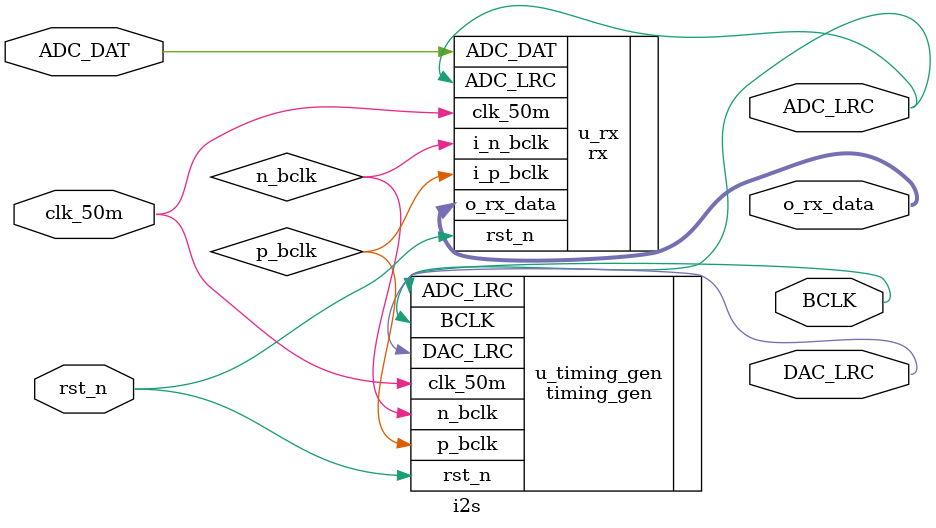
<source format=v>
module i2s #(
    parameter SYS_CLK     = 50_000_000,  // ÏµÍ³²Î¿¼Ê±ÖÓ
    parameter SAMPLE_RATE = 48_000,      // I2S²ÉÑùÂÊ
    parameter DEPTH       = 16           // ²ÉÑùÎ»¿íÅäÖÃ
)(
    input                    clk_50m,     // ÊäÈë²Î¿¼Ê±ÖÓ
    input                    rst_n,       // µÍµçÆ½¸´Î»
    input                    ADC_DAT,     // ÊäÈëÒôÆµADC´®ÐÐÊý¾Ý
    output                   BCLK,        // Êä³öi2sÒôÆµÊ±ÖÓ
    output                   ADC_LRC,     // Êä³öADC×óÓÒÉùµÀÐÅºÅ
    output                   DAC_LRC,     // Êä³öDAC×óÓÒÉùµÀÐÅºÅ
    output [31:0]            o_rx_data    // ²¢ÐÐADCÊý¾Ý£¨±£³Ö32Î»½Ó¿Ú²»±ä£©
);

    // BLCK²î·ÖÐÅºÅ
    wire p_bclk;
    wire n_bclk;

    // i2sÊ±ÐòÉú³ÉÄ£¿é£¨Ö÷»ú£©£¬WM8731Îª´Ó»ú
    timing_gen #(
        .SYS_CLK             (SYS_CLK)     ,
        .SAMPLE_RATE         (SAMPLE_RATE) ,
        .DEPTH               (DEPTH)
    ) u_timing_gen (
        .clk_50m             (clk_50m)     ,
        .rst_n               (rst_n)       ,
        .BCLK                (BCLK)        ,
        .ADC_LRC             (ADC_LRC)     ,
        .DAC_LRC             (DAC_LRC)     ,
        .p_bclk              (p_bclk)      ,
        .n_bclk              (n_bclk)
    );

    // ÒôÆµ½ÓÊÕ´®×ª²¢
    rx #(
        .DEPTH (DEPTH)
    ) u_rx (
        .clk_50m             (clk_50m)     ,
        .rst_n               (rst_n)       ,
        .ADC_LRC             (ADC_LRC)     ,
        .ADC_DAT             (ADC_DAT)     ,
        .i_p_bclk            (p_bclk)      ,
        .i_n_bclk            (n_bclk)      ,
        .o_rx_data           (o_rx_data)
    );

endmodule

</source>
